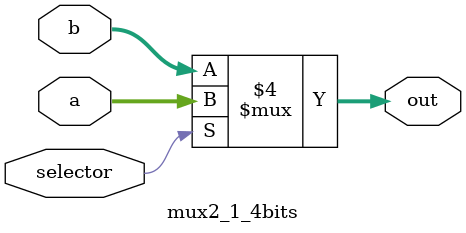
<source format=sv>
module mux2_1_4bits
#(
	parameter N = 4
)(
	input [(N)-1:0] a,
	input [(N)-1:0] b,
	input selector,
	
	output logic [(N)-1:0] out

);

always_comb
begin 
	if(selector == 1)
	begin
		out = a; 
	end
	
	else
	begin 
		out = b;
	end
end 
endmodule 
</source>
